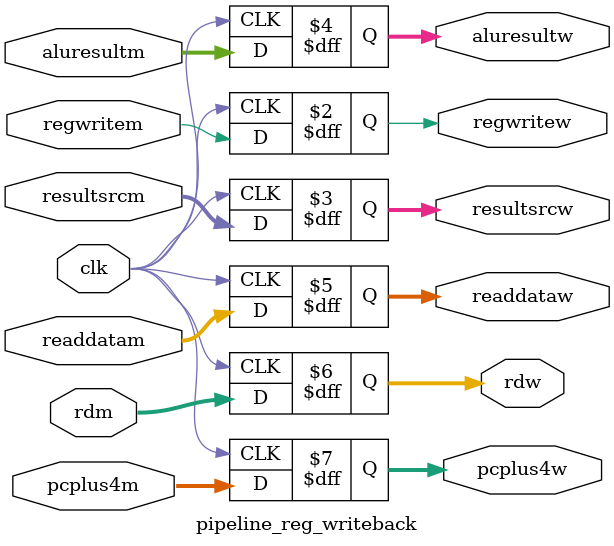
<source format=sv>
module pipeline_reg_writeback # (
    parameter DATA_WIDTH = 32,
              REG_FILE_ADDR_WIDTH = 5
)(
    input logic clk,

    // control path input
    input logic       regwritem,
    input logic [1:0] resultsrcm,

    // data path input
    input logic [DATA_WIDTH-1:0]          aluresultm,
    input logic [DATA_WIDTH-1:0]          readdatam,
    input logic [REG_FILE_ADDR_WIDTH-1:0] rdm,
    input logic [DATA_WIDTH-1:0]          pcplus4m,

    // control path output
    output logic       regwritew,
    output logic [1:0] resultsrcw,
    
    // data path output
    output logic [DATA_WIDTH-1:0]          aluresultw,
    output logic [DATA_WIDTH-1:0]          readdataw,
    output logic [REG_FILE_ADDR_WIDTH-1:0] rdw,
    output logic [DATA_WIDTH-1:0]          pcplus4w
);

always_ff @(posedge clk) begin  
    regwritew  <= regwritem;
    resultsrcw <= resultsrcm;

    aluresultw <= aluresultm;
    readdataw  <= readdatam;
    rdw        <= rdm;
    pcplus4w   <= pcplus4m;
end

endmodule

</source>
